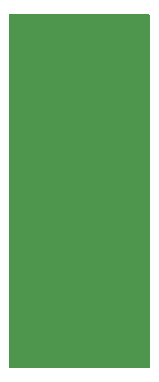
<source format=gbr>
%TF.GenerationSoftware,KiCad,Pcbnew,7.0.1*%
%TF.CreationDate,2024-02-21T00:14:53-08:00*%
%TF.ProjectId,G305_lipo_PMIC,47333035-5f6c-4697-906f-5f504d49432e,rev?*%
%TF.SameCoordinates,Original*%
%TF.FileFunction,Copper,L2,Bot*%
%TF.FilePolarity,Positive*%
%FSLAX46Y46*%
G04 Gerber Fmt 4.6, Leading zero omitted, Abs format (unit mm)*
G04 Created by KiCad (PCBNEW 7.0.1) date 2024-02-21 00:14:53*
%MOMM*%
%LPD*%
G01*
G04 APERTURE LIST*
%TA.AperFunction,ViaPad*%
%ADD10C,0.800000*%
%TD*%
G04 APERTURE END LIST*
D10*
%TO.N,GND*%
X108000000Y-82000000D03*
X101000000Y-99000000D03*
X103800000Y-82000000D03*
X111000000Y-89000000D03*
X107800000Y-89400000D03*
X109800000Y-79800000D03*
X109800000Y-93200000D03*
X107250000Y-80000000D03*
X103400000Y-87800000D03*
X105000000Y-79500000D03*
X102800000Y-74000000D03*
X105674500Y-88000000D03*
X109000000Y-74000000D03*
X107000000Y-74000000D03*
X111000000Y-95000000D03*
X110000000Y-97000000D03*
X111000000Y-85000000D03*
X103800000Y-81000000D03*
X105000000Y-77000000D03*
X101800000Y-90600000D03*
X108600000Y-76600000D03*
X104000000Y-86000000D03*
%TD*%
%TA.AperFunction,Conductor*%
%TO.N,GND*%
G36*
X111937500Y-70017113D02*
G01*
X111982887Y-70062500D01*
X111999500Y-70124500D01*
X111999500Y-99875500D01*
X111982887Y-99937500D01*
X111937500Y-99982887D01*
X111875500Y-99999500D01*
X100124500Y-99999500D01*
X100062500Y-99982887D01*
X100017113Y-99937500D01*
X100000500Y-99875500D01*
X100000500Y-70124500D01*
X100017113Y-70062500D01*
X100062500Y-70017113D01*
X100124500Y-70000500D01*
X111875500Y-70000500D01*
X111937500Y-70017113D01*
G37*
%TD.AperFunction*%
%TD*%
M02*

</source>
